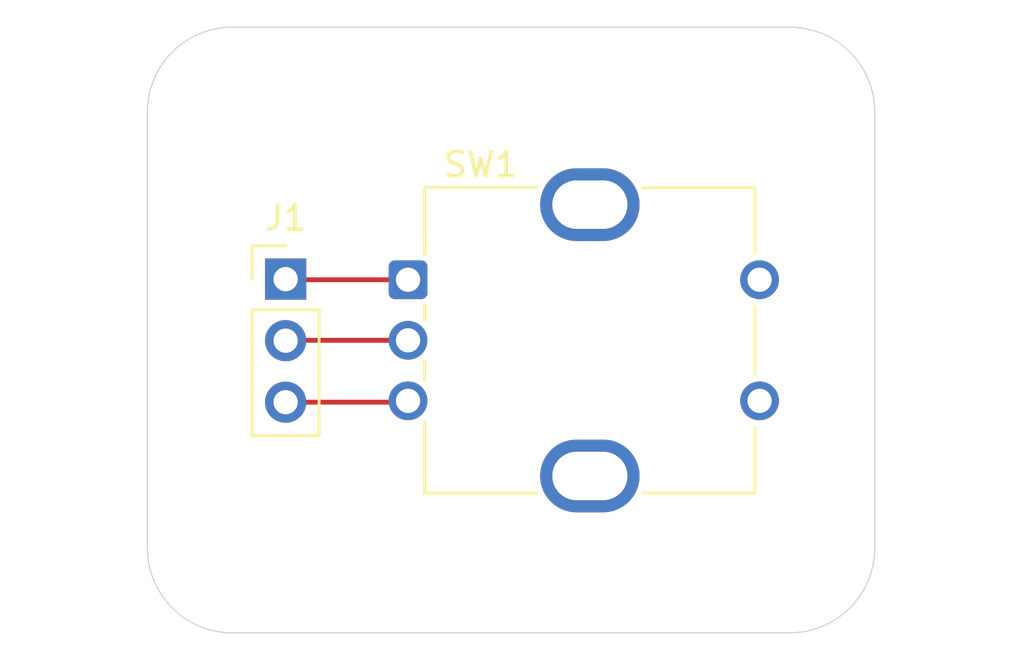
<source format=kicad_pcb>
(kicad_pcb (version 20241229) (generator "pcbnew") (generator_version "9.0")
  (layers (0 "F.Cu" signal) (2 "B.Cu" signal) (13 "F.Paste" user) (15 "B.Paste" user) (5 "F.SilkS" user "F.Silkscreen") (7 "B.SilkS" user "B.Silkscreen") (1 "F.Mask" user) (3 "B.Mask" user) (25 "Edge.Cuts" user))
  (net 0 "")
  (net 1 "Net-(J1-Pin_2)")
  (net 2 "Net-(J1-Pin_1)")
  (net 3 "Net-(J1-Pin_3)")
  (footprint "Connector_PinHeader_2.54mm:PinHeader_1x03_P2.54mm_Vertical" (layer "F.Cu") (at 89.85 75.525)
    (property "Reference" "J1" (at 0 -2.525 0) (layer "F.SilkS"))
    (property "Value" "Conn_01x03")
    (fp_line (start -1.38 -1.38) (end 0 -1.38) (stroke (width 0.12)) (layer "F.SilkS"))
    (fp_line (start -1.38 0) (end -1.38 -1.38) (stroke (width 0.12)) (layer "F.SilkS"))
    (fp_line (start -1.38 1.27) (end -1.38 6.46) (stroke (width 0.12)) (layer "F.SilkS"))
    (fp_line (start -1.38 1.27) (end 1.38 1.27) (stroke (width 0.12)) (layer "F.SilkS"))
    (fp_line (start -1.38 6.46) (end 1.38 6.46) (stroke (width 0.12)) (layer "F.SilkS"))
    (fp_line (start 1.38 1.27) (end 1.38 6.46) (stroke (width 0.12)) (layer "F.SilkS"))
    (pad "1" thru_hole rect (at 0 0) (size 1.7 1.7) (drill 1) (layers "*.Cu" "*.Mask") (net 2 "Net-(J1-Pin_1)"))
    (pad "2" thru_hole circle (at 0 2.54) (size 1.7 1.7) (drill 1) (layers "*.Cu" "*.Mask") (net 1 "Net-(J1-Pin_2)"))
    (pad "3" thru_hole circle (at 0 5.08) (size 1.7 1.7) (drill 1) (layers "*.Cu" "*.Mask") (net 3 "Net-(J1-Pin_3)"))
  )
  (footprint "MountingHole:MountingHole_2.2mm_M2" (layer "F.Cu") (at 110.85 68.05)
    (property "Reference" "REF**")
    (property "Value" "MountingHole_2.2mm_M2")
    (pad "" np_thru_hole circle (at 0 0) (size 2.2 2.2) (drill 2.2) (layers "*.Cu" "*.Mask"))
  )
  (footprint "Rotary_Encoder:RotaryEncoder_Bourns_Vertical_PEC12R-3x17F-Sxxxx" (layer "F.Cu") (at 94.9 75.55)
    (property "Reference" "SW1" (at 3 -4.75 180) (layer "F.SilkS"))
    (property "Value" "RotaryEncoder")
    (fp_line (start 0.69 -3.81) (end 5.3 -3.81) (stroke (width 0.12)) (layer "F.SilkS"))
    (fp_line (start 0.69 -1.05) (end 0.69 -3.81) (stroke (width 0.12)) (layer "F.SilkS"))
    (fp_line (start 0.69 1.05) (end 0.69 1.65) (stroke (width 0.12)) (layer "F.SilkS"))
    (fp_line (start 0.69 3.35) (end 0.69 4.15) (stroke (width 0.12)) (layer "F.SilkS"))
    (fp_line (start 0.69 5.85) (end 0.69 8.81) (stroke (width 0.12)) (layer "F.SilkS"))
    (fp_line (start 5.3 8.81) (end 0.69 8.81) (stroke (width 0.12)) (layer "F.SilkS"))
    (fp_line (start 9.7 -3.8) (end 14.31 -3.8) (stroke (width 0.12)) (layer "F.SilkS"))
    (fp_line (start 14.31 -3.8) (end 14.31 -1.1) (stroke (width 0.12)) (layer "F.SilkS"))
    (fp_line (start 14.31 1.1) (end 14.31 3.9) (stroke (width 0.12)) (layer "F.SilkS"))
    (fp_line (start 14.31 6.1) (end 14.31 8.81) (stroke (width 0.12)) (layer "F.SilkS"))
    (fp_line (start 14.31 8.81) (end 9.7 8.81) (stroke (width 0.12)) (layer "F.SilkS"))
    (pad "A" thru_hole roundrect (at 0 0) (size 1.6 1.6) (drill 1) (layers "*.Cu" "*.Mask") (roundrect_rratio 0.15625) (net 2 "Net-(J1-Pin_1)"))
    (pad "B" thru_hole circle (at 0 5) (size 1.6 1.6) (drill 1) (layers "*.Cu" "*.Mask") (net 3 "Net-(J1-Pin_3)"))
    (pad "C" thru_hole circle (at 0 2.5) (size 1.6 1.6) (drill 1) (layers "*.Cu" "*.Mask") (net 1 "Net-(J1-Pin_2)"))
    (pad "S1" thru_hole circle (at 14.5 0) (size 1.6 1.6) (drill 1) (layers "*.Cu" "*.Mask"))
    (pad "S2" thru_hole circle (at 14.5 5) (size 1.6 1.6) (drill 1) (layers "*.Cu" "*.Mask"))
    (pad "SH" thru_hole oval (at 7.5 -3.1) (size 4.1 3) (drill oval 3.1 2) (layers "*.Cu" "*.Mask"))
    (pad "SH" thru_hole oval (at 7.5 8.1) (size 4.1 3) (drill oval 3.1 2) (layers "*.Cu" "*.Mask"))
  )
  (footprint "MountingHole:MountingHole_2.2mm_M2" (layer "F.Cu") (at 87.55 86.7)
    (property "Reference" "REF**")
    (property "Value" "MountingHole_2.2mm_M2")
    (pad "" np_thru_hole circle (at 0 0) (size 2.2 2.2) (drill 2.2) (layers "*.Cu" "*.Mask"))
  )
  (gr_line (start 110.65 90.125) (end 87.65 90.125) (stroke (width 0.05)) (layer "Edge.Cuts"))
  (gr_arc (start 87.65 90.125) (mid 85.175126 89.099874) (end 84.15 86.625) (stroke (width 0.05)) (layer "Edge.Cuts"))
  (gr_arc (start 110.65 65.125) (mid 113.124874 66.150126) (end 114.15 68.625) (stroke (width 0.05)) (layer "Edge.Cuts"))
  (gr_line (start 114.15 68.625) (end 114.15 86.625) (stroke (width 0.05)) (layer "Edge.Cuts"))
  (gr_arc (start 114.15 86.625) (mid 113.124874 89.099874) (end 110.65 90.125) (stroke (width 0.05)) (layer "Edge.Cuts"))
  (gr_arc (start 84.15 68.625) (mid 85.175126 66.150126) (end 87.65 65.125) (stroke (width 0.05)) (layer "Edge.Cuts"))
  (gr_line (start 84.15 86.625) (end 84.15 68.625) (stroke (width 0.05)) (layer "Edge.Cuts"))
  (gr_line (start 87.65 65.125) (end 110.65 65.125) (stroke (width 0.05)) (layer "Edge.Cuts"))
  (segment (start 94.9 78.05) (end 89.865 78.05) (width 0.2) (layer "F.Cu") (net 1))
  (segment (start 89.865 78.05) (end 89.85 78.065) (width 0.2) (layer "F.Cu") (net 1))
  (segment (start 94.9 75.55) (end 89.875 75.55) (width 0.2) (layer "F.Cu") (net 2))
  (segment (start 89.875 75.55) (end 89.85 75.525) (width 0.2) (layer "F.Cu") (net 2))
  (segment (start 94.75 80.55) (end 94.695 80.605) (width 0.2) (layer "F.Cu") (net 3))
  (segment (start 94.695 80.605) (end 89.85 80.605) (width 0.2) (layer "F.Cu") (net 3))
  (segment (start 94.9 80.55) (end 94.75 80.55) (width 0.2) (layer "F.Cu") (net 3))
)
</source>
